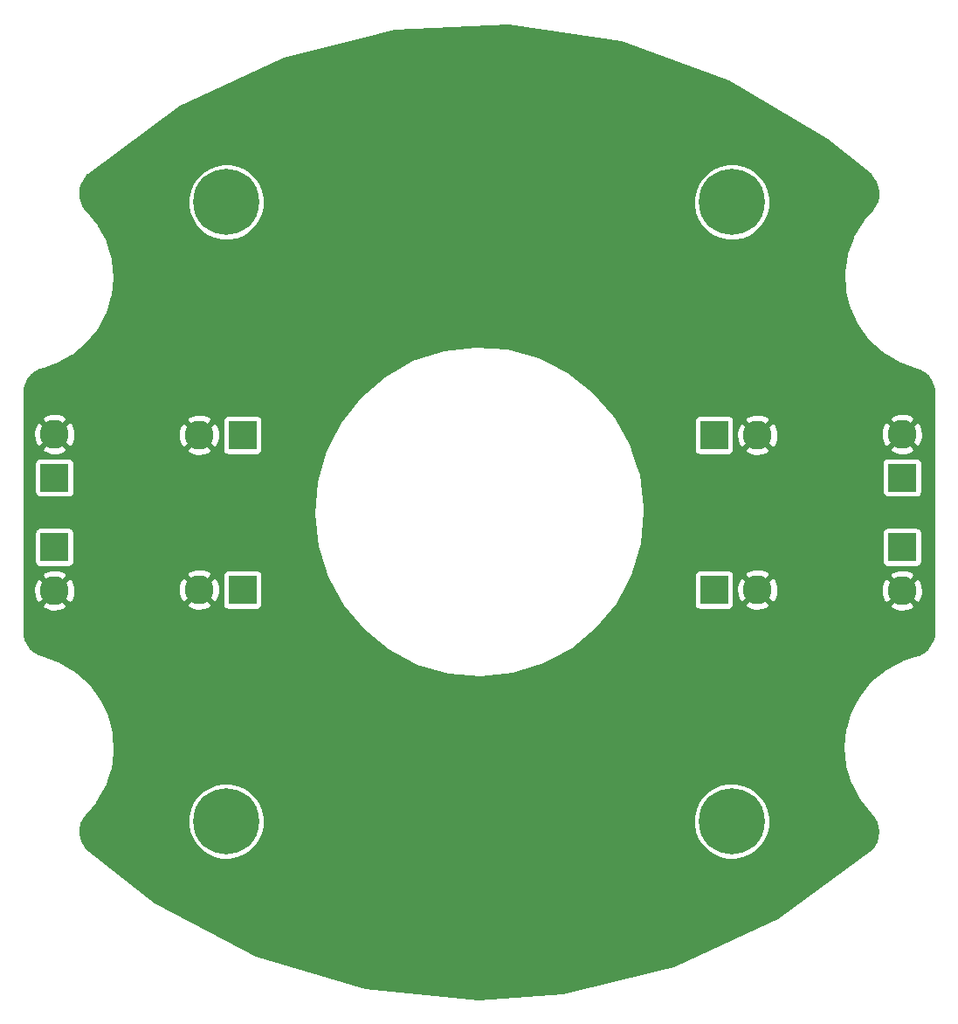
<source format=gtl>
G04 #@! TF.FileFunction,Copper,L1,Top,Signal*
%FSLAX46Y46*%
G04 Gerber Fmt 4.6, Leading zero omitted, Abs format (unit mm)*
G04 Created by KiCad (PCBNEW 4.0.6) date Fri Jul 14 09:31:39 2017*
%MOMM*%
%LPD*%
G01*
G04 APERTURE LIST*
%ADD10C,0.100000*%
%ADD11C,6.400000*%
%ADD12R,2.800000X2.800000*%
%ADD13C,2.800000*%
%ADD14C,0.254000*%
G04 APERTURE END LIST*
D10*
D11*
X124001100Y-135003600D03*
X124001100Y-75003600D03*
X173001100Y-75003600D03*
X173001100Y-135003600D03*
D12*
X125569400Y-112574576D03*
D13*
X121369400Y-112574576D03*
D12*
X125569400Y-97588576D03*
D13*
X121369400Y-97588576D03*
D12*
X107340400Y-108454800D03*
D13*
X107340400Y-112654800D03*
D12*
X107340400Y-101710400D03*
D13*
X107340400Y-97510400D03*
D12*
X171289400Y-97588576D03*
D13*
X175489400Y-97588576D03*
D12*
X171289400Y-112574576D03*
D13*
X175489400Y-112574576D03*
D12*
X189518400Y-108454800D03*
D13*
X189518400Y-112654800D03*
D12*
X189518400Y-101710400D03*
D13*
X189518400Y-97510400D03*
D14*
G36*
X162307447Y-59540121D02*
X172725074Y-63269027D01*
X182232615Y-68957914D01*
X186357926Y-72322435D01*
X186686925Y-72681545D01*
X186932279Y-73085171D01*
X187094561Y-73528760D01*
X187167593Y-73995433D01*
X187148591Y-74467396D01*
X187038280Y-74926677D01*
X186840858Y-75355791D01*
X186551617Y-75755282D01*
X186470136Y-75842696D01*
X186464563Y-75849988D01*
X186457877Y-75856273D01*
X186452616Y-75862374D01*
X185656342Y-76798936D01*
X185630806Y-76835716D01*
X185603820Y-76871433D01*
X185599662Y-76878334D01*
X184743434Y-78321935D01*
X184721278Y-78369290D01*
X184698450Y-78416358D01*
X184695712Y-78423935D01*
X184136187Y-80006352D01*
X184123650Y-80057113D01*
X184110401Y-80107714D01*
X184109186Y-80115678D01*
X183867677Y-81776637D01*
X183865239Y-81828856D01*
X183862070Y-81881077D01*
X183862426Y-81889126D01*
X183948132Y-83565362D01*
X183955886Y-83617081D01*
X183962917Y-83668901D01*
X183964829Y-83676727D01*
X184374485Y-85304393D01*
X184392135Y-85353613D01*
X184409100Y-85403090D01*
X184412496Y-85410395D01*
X185130498Y-86927492D01*
X185157379Y-86972359D01*
X185183624Y-87017585D01*
X185188374Y-87024092D01*
X186187375Y-88372836D01*
X186222441Y-88411607D01*
X186256988Y-88450895D01*
X186262912Y-88456355D01*
X187504860Y-89585372D01*
X187546790Y-89616595D01*
X187588309Y-89648423D01*
X187595180Y-89652628D01*
X189032769Y-90518914D01*
X189079994Y-90541412D01*
X189126875Y-90564555D01*
X189134432Y-90567347D01*
X190712905Y-91137906D01*
X190712914Y-91137908D01*
X191210332Y-91317706D01*
X191614898Y-91561496D01*
X191964409Y-91879227D01*
X192245553Y-92258797D01*
X192447614Y-92685740D01*
X192564558Y-93150387D01*
X192592420Y-93524135D01*
X192592420Y-116572379D01*
X192543560Y-117070686D01*
X192407038Y-117522874D01*
X192185283Y-117939934D01*
X191886746Y-118305976D01*
X191522796Y-118607062D01*
X191101969Y-118834601D01*
X190712377Y-118964146D01*
X190712371Y-118964149D01*
X189473794Y-119374679D01*
X189431711Y-119393361D01*
X189388986Y-119410528D01*
X189381866Y-119414297D01*
X187903919Y-120209776D01*
X187860514Y-120238932D01*
X187816693Y-120267488D01*
X187810440Y-120272568D01*
X186515150Y-121339965D01*
X186478238Y-121376995D01*
X186440795Y-121413521D01*
X186435648Y-121419719D01*
X185372352Y-122718378D01*
X185343352Y-122761848D01*
X185313700Y-122804975D01*
X185309855Y-122812055D01*
X184519054Y-124292508D01*
X184499028Y-124340833D01*
X184478339Y-124388849D01*
X184475942Y-124396541D01*
X183987756Y-126002401D01*
X183977509Y-126053641D01*
X183966529Y-126104815D01*
X183965672Y-126112825D01*
X183798697Y-127782924D01*
X183798597Y-127835234D01*
X183797767Y-127887510D01*
X183798482Y-127895534D01*
X183959077Y-129566260D01*
X183969141Y-129617600D01*
X183978479Y-129669035D01*
X183980739Y-129676767D01*
X184462789Y-131284482D01*
X184482629Y-131332880D01*
X184501784Y-131381530D01*
X184505503Y-131388677D01*
X185290644Y-132872140D01*
X185319478Y-132915719D01*
X185347746Y-132959768D01*
X185352777Y-132966048D01*
X185352782Y-132966055D01*
X185352788Y-132966061D01*
X186411098Y-134268749D01*
X186411111Y-134268765D01*
X186744622Y-134679289D01*
X186965578Y-135096768D01*
X187101238Y-135549215D01*
X187146433Y-136019394D01*
X187099442Y-136489401D01*
X186962057Y-136941324D01*
X186739507Y-137357956D01*
X186427763Y-137738707D01*
X186351568Y-137810724D01*
X177393105Y-144338741D01*
X167355203Y-148994084D01*
X156596877Y-151612854D01*
X148508642Y-152174686D01*
X137485181Y-151119785D01*
X126885116Y-147946402D01*
X117096609Y-142771018D01*
X110671731Y-137827919D01*
X110346147Y-137475325D01*
X110099211Y-137072667D01*
X109935188Y-136629712D01*
X109860327Y-136163339D01*
X109877477Y-135691299D01*
X109965830Y-135316976D01*
X120269201Y-135316976D01*
X120401143Y-136035871D01*
X120670206Y-136715447D01*
X121066142Y-137329819D01*
X121573870Y-137855586D01*
X122174049Y-138272722D01*
X122843821Y-138565338D01*
X123557673Y-138722289D01*
X124288415Y-138737595D01*
X125008214Y-138610676D01*
X125689651Y-138346363D01*
X126306773Y-137954726D01*
X126836071Y-137450682D01*
X127257387Y-136853429D01*
X127554672Y-136185716D01*
X127716602Y-135472977D01*
X127718780Y-135316976D01*
X169269201Y-135316976D01*
X169401143Y-136035871D01*
X169670206Y-136715447D01*
X170066142Y-137329819D01*
X170573870Y-137855586D01*
X171174049Y-138272722D01*
X171843821Y-138565338D01*
X172557673Y-138722289D01*
X173288415Y-138737595D01*
X174008214Y-138610676D01*
X174689651Y-138346363D01*
X175306773Y-137954726D01*
X175836071Y-137450682D01*
X176257387Y-136853429D01*
X176554672Y-136185716D01*
X176716602Y-135472977D01*
X176728259Y-134638149D01*
X176586293Y-133921166D01*
X176307768Y-133245414D01*
X175903293Y-132636629D01*
X175388274Y-132118002D01*
X174782328Y-131709287D01*
X174108536Y-131426051D01*
X173392563Y-131279083D01*
X172661678Y-131273980D01*
X171943722Y-131410938D01*
X171266041Y-131684738D01*
X170654448Y-132084954D01*
X170132238Y-132596339D01*
X169719303Y-133199417D01*
X169431369Y-133871215D01*
X169279406Y-134586145D01*
X169269201Y-135316976D01*
X127718780Y-135316976D01*
X127728259Y-134638149D01*
X127586293Y-133921166D01*
X127307768Y-133245414D01*
X126903293Y-132636629D01*
X126388274Y-132118002D01*
X125782328Y-131709287D01*
X125108536Y-131426051D01*
X124392563Y-131279083D01*
X123661678Y-131273980D01*
X122943722Y-131410938D01*
X122266041Y-131684738D01*
X121654448Y-132084954D01*
X121132238Y-132596339D01*
X120719303Y-133199417D01*
X120431369Y-133871215D01*
X120279406Y-134586145D01*
X120269201Y-135316976D01*
X109965830Y-135316976D01*
X109985985Y-135231586D01*
X110181721Y-134801702D01*
X110468740Y-134401990D01*
X110565340Y-134298346D01*
X110571008Y-134290929D01*
X110577805Y-134284532D01*
X110583063Y-134278428D01*
X111428039Y-133283401D01*
X111454265Y-133245579D01*
X111481849Y-133208687D01*
X111485972Y-133201766D01*
X112334940Y-131753883D01*
X112356851Y-131706430D01*
X112379449Y-131659235D01*
X112382149Y-131651645D01*
X112933719Y-130066437D01*
X112946000Y-130015615D01*
X112958996Y-129964947D01*
X112960170Y-129956977D01*
X113193335Y-128294827D01*
X113195511Y-128242581D01*
X113198418Y-128190359D01*
X113198022Y-128182312D01*
X113103898Y-126506528D01*
X113095885Y-126454859D01*
X113088593Y-126403064D01*
X113086642Y-126395247D01*
X112668817Y-124769659D01*
X112650905Y-124720488D01*
X112633706Y-124671138D01*
X112630274Y-124663850D01*
X111904660Y-123150377D01*
X111877556Y-123105649D01*
X111851083Y-123060553D01*
X111846300Y-123054070D01*
X110840538Y-121710360D01*
X110805280Y-121671768D01*
X110770533Y-121632651D01*
X110764583Y-121627221D01*
X109516981Y-120504456D01*
X109474879Y-120473432D01*
X109433216Y-120441825D01*
X109426324Y-120437654D01*
X107984402Y-119578599D01*
X107937091Y-119556351D01*
X107890068Y-119533431D01*
X107882497Y-119530678D01*
X106301179Y-118968054D01*
X105802860Y-118790755D01*
X105397067Y-118548995D01*
X105045964Y-118233024D01*
X104762923Y-117854877D01*
X104558718Y-117428952D01*
X104439625Y-116965606D01*
X104409780Y-116578390D01*
X104409780Y-114075247D01*
X106099558Y-114075247D01*
X106243535Y-114380570D01*
X106601292Y-114561397D01*
X106987453Y-114668955D01*
X107387177Y-114699110D01*
X107785104Y-114650704D01*
X108165940Y-114525595D01*
X108437265Y-114380570D01*
X108581242Y-114075247D01*
X108501018Y-113995023D01*
X120128558Y-113995023D01*
X120272535Y-114300346D01*
X120630292Y-114481173D01*
X121016453Y-114588731D01*
X121416177Y-114618886D01*
X121814104Y-114570480D01*
X122194940Y-114445371D01*
X122466265Y-114300346D01*
X122610242Y-113995023D01*
X121369400Y-112754181D01*
X120128558Y-113995023D01*
X108501018Y-113995023D01*
X107340400Y-112834405D01*
X106099558Y-114075247D01*
X104409780Y-114075247D01*
X104409780Y-112701577D01*
X105296090Y-112701577D01*
X105344496Y-113099504D01*
X105469605Y-113480340D01*
X105614630Y-113751665D01*
X105919953Y-113895642D01*
X107160795Y-112654800D01*
X107520005Y-112654800D01*
X108760847Y-113895642D01*
X109066170Y-113751665D01*
X109246997Y-113393908D01*
X109354555Y-113007747D01*
X109383704Y-112621353D01*
X119325090Y-112621353D01*
X119373496Y-113019280D01*
X119498605Y-113400116D01*
X119643630Y-113671441D01*
X119948953Y-113815418D01*
X121189795Y-112574576D01*
X121549005Y-112574576D01*
X122789847Y-113815418D01*
X123095170Y-113671441D01*
X123275997Y-113313684D01*
X123383555Y-112927523D01*
X123413710Y-112527799D01*
X123365304Y-112129872D01*
X123240195Y-111749036D01*
X123095170Y-111477711D01*
X122789847Y-111333734D01*
X121549005Y-112574576D01*
X121189795Y-112574576D01*
X119948953Y-111333734D01*
X119643630Y-111477711D01*
X119462803Y-111835468D01*
X119355245Y-112221629D01*
X119325090Y-112621353D01*
X109383704Y-112621353D01*
X109384710Y-112608023D01*
X109336304Y-112210096D01*
X109211195Y-111829260D01*
X109066170Y-111557935D01*
X108760847Y-111413958D01*
X107520005Y-112654800D01*
X107160795Y-112654800D01*
X105919953Y-111413958D01*
X105614630Y-111557935D01*
X105433803Y-111915692D01*
X105326245Y-112301853D01*
X105296090Y-112701577D01*
X104409780Y-112701577D01*
X104409780Y-111234353D01*
X106099558Y-111234353D01*
X107340400Y-112475195D01*
X108581242Y-111234353D01*
X108543412Y-111154129D01*
X120128558Y-111154129D01*
X121369400Y-112394971D01*
X122589795Y-111174576D01*
X123639851Y-111174576D01*
X123639851Y-113974576D01*
X123646543Y-114058499D01*
X123690624Y-114200841D01*
X123772615Y-114325266D01*
X123886024Y-114421924D01*
X124021871Y-114483160D01*
X124169400Y-114504125D01*
X126969400Y-114504125D01*
X127053323Y-114497433D01*
X127195665Y-114453352D01*
X127320090Y-114371361D01*
X127416748Y-114257952D01*
X127477984Y-114122105D01*
X127498949Y-113974576D01*
X127498949Y-111174576D01*
X127492257Y-111090653D01*
X127448176Y-110948311D01*
X127366185Y-110823886D01*
X127252776Y-110727228D01*
X127116929Y-110665992D01*
X126969400Y-110645027D01*
X124169400Y-110645027D01*
X124085477Y-110651719D01*
X123943135Y-110695800D01*
X123818710Y-110777791D01*
X123722052Y-110891200D01*
X123660816Y-111027047D01*
X123639851Y-111174576D01*
X122589795Y-111174576D01*
X122610242Y-111154129D01*
X122466265Y-110848806D01*
X122108508Y-110667979D01*
X121722347Y-110560421D01*
X121322623Y-110530266D01*
X120924696Y-110578672D01*
X120543860Y-110703781D01*
X120272535Y-110848806D01*
X120128558Y-111154129D01*
X108543412Y-111154129D01*
X108437265Y-110929030D01*
X108079508Y-110748203D01*
X107693347Y-110640645D01*
X107293623Y-110610490D01*
X106895696Y-110658896D01*
X106514860Y-110784005D01*
X106243535Y-110929030D01*
X106099558Y-111234353D01*
X104409780Y-111234353D01*
X104409780Y-107054800D01*
X105410851Y-107054800D01*
X105410851Y-109854800D01*
X105417543Y-109938723D01*
X105461624Y-110081065D01*
X105543615Y-110205490D01*
X105657024Y-110302148D01*
X105792871Y-110363384D01*
X105940400Y-110384349D01*
X108740400Y-110384349D01*
X108824323Y-110377657D01*
X108966665Y-110333576D01*
X109091090Y-110251585D01*
X109187748Y-110138176D01*
X109248984Y-110002329D01*
X109269949Y-109854800D01*
X109269949Y-107054800D01*
X109263257Y-106970877D01*
X109219176Y-106828535D01*
X109137185Y-106704110D01*
X109023776Y-106607452D01*
X108887929Y-106546216D01*
X108740400Y-106525251D01*
X105940400Y-106525251D01*
X105856477Y-106531943D01*
X105714135Y-106576024D01*
X105589710Y-106658015D01*
X105493052Y-106771424D01*
X105431816Y-106907271D01*
X105410851Y-107054800D01*
X104409780Y-107054800D01*
X104409780Y-105228070D01*
X132425667Y-105228070D01*
X132775421Y-108346196D01*
X133724161Y-111337004D01*
X135235750Y-114086575D01*
X137252612Y-116490177D01*
X139697926Y-118456260D01*
X142478550Y-119909935D01*
X145488571Y-120795832D01*
X148613338Y-121080208D01*
X151733830Y-120752231D01*
X154731188Y-119824394D01*
X157491244Y-118332037D01*
X159908869Y-116332004D01*
X161891975Y-113900476D01*
X163341361Y-111174576D01*
X169359851Y-111174576D01*
X169359851Y-113974576D01*
X169366543Y-114058499D01*
X169410624Y-114200841D01*
X169492615Y-114325266D01*
X169606024Y-114421924D01*
X169741871Y-114483160D01*
X169889400Y-114504125D01*
X172689400Y-114504125D01*
X172773323Y-114497433D01*
X172915665Y-114453352D01*
X173040090Y-114371361D01*
X173136748Y-114257952D01*
X173197984Y-114122105D01*
X173216043Y-113995023D01*
X174248558Y-113995023D01*
X174392535Y-114300346D01*
X174750292Y-114481173D01*
X175136453Y-114588731D01*
X175536177Y-114618886D01*
X175934104Y-114570480D01*
X176314940Y-114445371D01*
X176586265Y-114300346D01*
X176692411Y-114075247D01*
X188277558Y-114075247D01*
X188421535Y-114380570D01*
X188779292Y-114561397D01*
X189165453Y-114668955D01*
X189565177Y-114699110D01*
X189963104Y-114650704D01*
X190343940Y-114525595D01*
X190615265Y-114380570D01*
X190759242Y-114075247D01*
X189518400Y-112834405D01*
X188277558Y-114075247D01*
X176692411Y-114075247D01*
X176730242Y-113995023D01*
X175489400Y-112754181D01*
X174248558Y-113995023D01*
X173216043Y-113995023D01*
X173218949Y-113974576D01*
X173218949Y-112621353D01*
X173445090Y-112621353D01*
X173493496Y-113019280D01*
X173618605Y-113400116D01*
X173763630Y-113671441D01*
X174068953Y-113815418D01*
X175309795Y-112574576D01*
X175669005Y-112574576D01*
X176909847Y-113815418D01*
X177215170Y-113671441D01*
X177395997Y-113313684D01*
X177503555Y-112927523D01*
X177520600Y-112701577D01*
X187474090Y-112701577D01*
X187522496Y-113099504D01*
X187647605Y-113480340D01*
X187792630Y-113751665D01*
X188097953Y-113895642D01*
X189338795Y-112654800D01*
X189698005Y-112654800D01*
X190938847Y-113895642D01*
X191244170Y-113751665D01*
X191424997Y-113393908D01*
X191532555Y-113007747D01*
X191562710Y-112608023D01*
X191514304Y-112210096D01*
X191389195Y-111829260D01*
X191244170Y-111557935D01*
X190938847Y-111413958D01*
X189698005Y-112654800D01*
X189338795Y-112654800D01*
X188097953Y-111413958D01*
X187792630Y-111557935D01*
X187611803Y-111915692D01*
X187504245Y-112301853D01*
X187474090Y-112701577D01*
X177520600Y-112701577D01*
X177533710Y-112527799D01*
X177485304Y-112129872D01*
X177360195Y-111749036D01*
X177215170Y-111477711D01*
X176909847Y-111333734D01*
X175669005Y-112574576D01*
X175309795Y-112574576D01*
X174068953Y-111333734D01*
X173763630Y-111477711D01*
X173582803Y-111835468D01*
X173475245Y-112221629D01*
X173445090Y-112621353D01*
X173218949Y-112621353D01*
X173218949Y-111174576D01*
X173217319Y-111154129D01*
X174248558Y-111154129D01*
X175489400Y-112394971D01*
X176650018Y-111234353D01*
X188277558Y-111234353D01*
X189518400Y-112475195D01*
X190759242Y-111234353D01*
X190615265Y-110929030D01*
X190257508Y-110748203D01*
X189871347Y-110640645D01*
X189471623Y-110610490D01*
X189073696Y-110658896D01*
X188692860Y-110784005D01*
X188421535Y-110929030D01*
X188277558Y-111234353D01*
X176650018Y-111234353D01*
X176730242Y-111154129D01*
X176586265Y-110848806D01*
X176228508Y-110667979D01*
X175842347Y-110560421D01*
X175442623Y-110530266D01*
X175044696Y-110578672D01*
X174663860Y-110703781D01*
X174392535Y-110848806D01*
X174248558Y-111154129D01*
X173217319Y-111154129D01*
X173212257Y-111090653D01*
X173168176Y-110948311D01*
X173086185Y-110823886D01*
X172972776Y-110727228D01*
X172836929Y-110665992D01*
X172689400Y-110645027D01*
X169889400Y-110645027D01*
X169805477Y-110651719D01*
X169663135Y-110695800D01*
X169538710Y-110777791D01*
X169442052Y-110891200D01*
X169380816Y-111027047D01*
X169359851Y-111174576D01*
X163341361Y-111174576D01*
X163365027Y-111130068D01*
X164271916Y-108126306D01*
X164376978Y-107054800D01*
X187588851Y-107054800D01*
X187588851Y-109854800D01*
X187595543Y-109938723D01*
X187639624Y-110081065D01*
X187721615Y-110205490D01*
X187835024Y-110302148D01*
X187970871Y-110363384D01*
X188118400Y-110384349D01*
X190918400Y-110384349D01*
X191002323Y-110377657D01*
X191144665Y-110333576D01*
X191269090Y-110251585D01*
X191365748Y-110138176D01*
X191426984Y-110002329D01*
X191447949Y-109854800D01*
X191447949Y-107054800D01*
X191441257Y-106970877D01*
X191397176Y-106828535D01*
X191315185Y-106704110D01*
X191201776Y-106607452D01*
X191065929Y-106546216D01*
X190918400Y-106525251D01*
X188118400Y-106525251D01*
X188034477Y-106531943D01*
X187892135Y-106576024D01*
X187767710Y-106658015D01*
X187671052Y-106771424D01*
X187609816Y-106907271D01*
X187588851Y-107054800D01*
X164376978Y-107054800D01*
X164578100Y-105003600D01*
X164571832Y-104554704D01*
X164178576Y-101441765D01*
X163802221Y-100310400D01*
X187588851Y-100310400D01*
X187588851Y-103110400D01*
X187595543Y-103194323D01*
X187639624Y-103336665D01*
X187721615Y-103461090D01*
X187835024Y-103557748D01*
X187970871Y-103618984D01*
X188118400Y-103639949D01*
X190918400Y-103639949D01*
X191002323Y-103633257D01*
X191144665Y-103589176D01*
X191269090Y-103507185D01*
X191365748Y-103393776D01*
X191426984Y-103257929D01*
X191447949Y-103110400D01*
X191447949Y-100310400D01*
X191441257Y-100226477D01*
X191397176Y-100084135D01*
X191315185Y-99959710D01*
X191201776Y-99863052D01*
X191065929Y-99801816D01*
X190918400Y-99780851D01*
X188118400Y-99780851D01*
X188034477Y-99787543D01*
X187892135Y-99831624D01*
X187767710Y-99913615D01*
X187671052Y-100027024D01*
X187609816Y-100162871D01*
X187588851Y-100310400D01*
X163802221Y-100310400D01*
X163188170Y-98464495D01*
X161895269Y-96188576D01*
X169359851Y-96188576D01*
X169359851Y-98988576D01*
X169366543Y-99072499D01*
X169410624Y-99214841D01*
X169492615Y-99339266D01*
X169606024Y-99435924D01*
X169741871Y-99497160D01*
X169889400Y-99518125D01*
X172689400Y-99518125D01*
X172773323Y-99511433D01*
X172915665Y-99467352D01*
X173040090Y-99385361D01*
X173136748Y-99271952D01*
X173197984Y-99136105D01*
X173216043Y-99009023D01*
X174248558Y-99009023D01*
X174392535Y-99314346D01*
X174750292Y-99495173D01*
X175136453Y-99602731D01*
X175536177Y-99632886D01*
X175934104Y-99584480D01*
X176314940Y-99459371D01*
X176586265Y-99314346D01*
X176730242Y-99009023D01*
X176652066Y-98930847D01*
X188277558Y-98930847D01*
X188421535Y-99236170D01*
X188779292Y-99416997D01*
X189165453Y-99524555D01*
X189565177Y-99554710D01*
X189963104Y-99506304D01*
X190343940Y-99381195D01*
X190615265Y-99236170D01*
X190759242Y-98930847D01*
X189518400Y-97690005D01*
X188277558Y-98930847D01*
X176652066Y-98930847D01*
X175489400Y-97768181D01*
X174248558Y-99009023D01*
X173216043Y-99009023D01*
X173218949Y-98988576D01*
X173218949Y-97635353D01*
X173445090Y-97635353D01*
X173493496Y-98033280D01*
X173618605Y-98414116D01*
X173763630Y-98685441D01*
X174068953Y-98829418D01*
X175309795Y-97588576D01*
X175669005Y-97588576D01*
X176909847Y-98829418D01*
X177215170Y-98685441D01*
X177395997Y-98327684D01*
X177503555Y-97941523D01*
X177532549Y-97557177D01*
X187474090Y-97557177D01*
X187522496Y-97955104D01*
X187647605Y-98335940D01*
X187792630Y-98607265D01*
X188097953Y-98751242D01*
X189338795Y-97510400D01*
X189698005Y-97510400D01*
X190938847Y-98751242D01*
X191244170Y-98607265D01*
X191424997Y-98249508D01*
X191532555Y-97863347D01*
X191562710Y-97463623D01*
X191514304Y-97065696D01*
X191389195Y-96684860D01*
X191244170Y-96413535D01*
X190938847Y-96269558D01*
X189698005Y-97510400D01*
X189338795Y-97510400D01*
X188097953Y-96269558D01*
X187792630Y-96413535D01*
X187611803Y-96771292D01*
X187504245Y-97157453D01*
X187474090Y-97557177D01*
X177532549Y-97557177D01*
X177533710Y-97541799D01*
X177485304Y-97143872D01*
X177360195Y-96763036D01*
X177215170Y-96491711D01*
X176909847Y-96347734D01*
X175669005Y-97588576D01*
X175309795Y-97588576D01*
X174068953Y-96347734D01*
X173763630Y-96491711D01*
X173582803Y-96849468D01*
X173475245Y-97235629D01*
X173445090Y-97635353D01*
X173218949Y-97635353D01*
X173218949Y-96188576D01*
X173217319Y-96168129D01*
X174248558Y-96168129D01*
X175489400Y-97408971D01*
X176730242Y-96168129D01*
X176693378Y-96089953D01*
X188277558Y-96089953D01*
X189518400Y-97330795D01*
X190759242Y-96089953D01*
X190615265Y-95784630D01*
X190257508Y-95603803D01*
X189871347Y-95496245D01*
X189471623Y-95466090D01*
X189073696Y-95514496D01*
X188692860Y-95639605D01*
X188421535Y-95784630D01*
X188277558Y-96089953D01*
X176693378Y-96089953D01*
X176586265Y-95862806D01*
X176228508Y-95681979D01*
X175842347Y-95574421D01*
X175442623Y-95544266D01*
X175044696Y-95592672D01*
X174663860Y-95717781D01*
X174392535Y-95862806D01*
X174248558Y-96168129D01*
X173217319Y-96168129D01*
X173212257Y-96104653D01*
X173168176Y-95962311D01*
X173086185Y-95837886D01*
X172972776Y-95741228D01*
X172836929Y-95679992D01*
X172689400Y-95659027D01*
X169889400Y-95659027D01*
X169805477Y-95665719D01*
X169663135Y-95709800D01*
X169538710Y-95791791D01*
X169442052Y-95905200D01*
X169380816Y-96041047D01*
X169359851Y-96188576D01*
X161895269Y-96188576D01*
X161638339Y-95736298D01*
X159588113Y-93361089D01*
X157115587Y-91429340D01*
X154314938Y-90014630D01*
X151292842Y-89170846D01*
X148164409Y-88930126D01*
X145048800Y-89301640D01*
X142064689Y-90271236D01*
X139325738Y-91801984D01*
X136936274Y-93835577D01*
X134987311Y-96294557D01*
X133553083Y-99085262D01*
X132688221Y-102101394D01*
X132425667Y-105228070D01*
X104409780Y-105228070D01*
X104409780Y-100310400D01*
X105410851Y-100310400D01*
X105410851Y-103110400D01*
X105417543Y-103194323D01*
X105461624Y-103336665D01*
X105543615Y-103461090D01*
X105657024Y-103557748D01*
X105792871Y-103618984D01*
X105940400Y-103639949D01*
X108740400Y-103639949D01*
X108824323Y-103633257D01*
X108966665Y-103589176D01*
X109091090Y-103507185D01*
X109187748Y-103393776D01*
X109248984Y-103257929D01*
X109269949Y-103110400D01*
X109269949Y-100310400D01*
X109263257Y-100226477D01*
X109219176Y-100084135D01*
X109137185Y-99959710D01*
X109023776Y-99863052D01*
X108887929Y-99801816D01*
X108740400Y-99780851D01*
X105940400Y-99780851D01*
X105856477Y-99787543D01*
X105714135Y-99831624D01*
X105589710Y-99913615D01*
X105493052Y-100027024D01*
X105431816Y-100162871D01*
X105410851Y-100310400D01*
X104409780Y-100310400D01*
X104409780Y-98930847D01*
X106099558Y-98930847D01*
X106243535Y-99236170D01*
X106601292Y-99416997D01*
X106987453Y-99524555D01*
X107387177Y-99554710D01*
X107785104Y-99506304D01*
X108165940Y-99381195D01*
X108437265Y-99236170D01*
X108544377Y-99009023D01*
X120128558Y-99009023D01*
X120272535Y-99314346D01*
X120630292Y-99495173D01*
X121016453Y-99602731D01*
X121416177Y-99632886D01*
X121814104Y-99584480D01*
X122194940Y-99459371D01*
X122466265Y-99314346D01*
X122610242Y-99009023D01*
X121369400Y-97768181D01*
X120128558Y-99009023D01*
X108544377Y-99009023D01*
X108581242Y-98930847D01*
X107340400Y-97690005D01*
X106099558Y-98930847D01*
X104409780Y-98930847D01*
X104409780Y-97557177D01*
X105296090Y-97557177D01*
X105344496Y-97955104D01*
X105469605Y-98335940D01*
X105614630Y-98607265D01*
X105919953Y-98751242D01*
X107160795Y-97510400D01*
X107520005Y-97510400D01*
X108760847Y-98751242D01*
X109066170Y-98607265D01*
X109246997Y-98249508D01*
X109354555Y-97863347D01*
X109371754Y-97635353D01*
X119325090Y-97635353D01*
X119373496Y-98033280D01*
X119498605Y-98414116D01*
X119643630Y-98685441D01*
X119948953Y-98829418D01*
X121189795Y-97588576D01*
X121549005Y-97588576D01*
X122789847Y-98829418D01*
X123095170Y-98685441D01*
X123275997Y-98327684D01*
X123383555Y-97941523D01*
X123413710Y-97541799D01*
X123365304Y-97143872D01*
X123240195Y-96763036D01*
X123095170Y-96491711D01*
X122789847Y-96347734D01*
X121549005Y-97588576D01*
X121189795Y-97588576D01*
X119948953Y-96347734D01*
X119643630Y-96491711D01*
X119462803Y-96849468D01*
X119355245Y-97235629D01*
X119325090Y-97635353D01*
X109371754Y-97635353D01*
X109384710Y-97463623D01*
X109336304Y-97065696D01*
X109211195Y-96684860D01*
X109066170Y-96413535D01*
X108760847Y-96269558D01*
X107520005Y-97510400D01*
X107160795Y-97510400D01*
X105919953Y-96269558D01*
X105614630Y-96413535D01*
X105433803Y-96771292D01*
X105326245Y-97157453D01*
X105296090Y-97557177D01*
X104409780Y-97557177D01*
X104409780Y-96089953D01*
X106099558Y-96089953D01*
X107340400Y-97330795D01*
X108503066Y-96168129D01*
X120128558Y-96168129D01*
X121369400Y-97408971D01*
X122589795Y-96188576D01*
X123639851Y-96188576D01*
X123639851Y-98988576D01*
X123646543Y-99072499D01*
X123690624Y-99214841D01*
X123772615Y-99339266D01*
X123886024Y-99435924D01*
X124021871Y-99497160D01*
X124169400Y-99518125D01*
X126969400Y-99518125D01*
X127053323Y-99511433D01*
X127195665Y-99467352D01*
X127320090Y-99385361D01*
X127416748Y-99271952D01*
X127477984Y-99136105D01*
X127498949Y-98988576D01*
X127498949Y-96188576D01*
X127492257Y-96104653D01*
X127448176Y-95962311D01*
X127366185Y-95837886D01*
X127252776Y-95741228D01*
X127116929Y-95679992D01*
X126969400Y-95659027D01*
X124169400Y-95659027D01*
X124085477Y-95665719D01*
X123943135Y-95709800D01*
X123818710Y-95791791D01*
X123722052Y-95905200D01*
X123660816Y-96041047D01*
X123639851Y-96188576D01*
X122589795Y-96188576D01*
X122610242Y-96168129D01*
X122466265Y-95862806D01*
X122108508Y-95681979D01*
X121722347Y-95574421D01*
X121322623Y-95544266D01*
X120924696Y-95592672D01*
X120543860Y-95717781D01*
X120272535Y-95862806D01*
X120128558Y-96168129D01*
X108503066Y-96168129D01*
X108581242Y-96089953D01*
X108437265Y-95784630D01*
X108079508Y-95603803D01*
X107693347Y-95496245D01*
X107293623Y-95466090D01*
X106895696Y-95514496D01*
X106514860Y-95639605D01*
X106243535Y-95784630D01*
X106099558Y-96089953D01*
X104409780Y-96089953D01*
X104409780Y-93530890D01*
X104458640Y-93032569D01*
X104595163Y-92580385D01*
X104816916Y-92163329D01*
X105115454Y-91797285D01*
X105479404Y-91496198D01*
X105900872Y-91268312D01*
X106275875Y-91142571D01*
X107441663Y-90755409D01*
X107482558Y-90737226D01*
X107524179Y-90720688D01*
X107531314Y-90716946D01*
X109012312Y-89927162D01*
X109055827Y-89898174D01*
X109099759Y-89869786D01*
X109106031Y-89864730D01*
X110405420Y-88802326D01*
X110442451Y-88765462D01*
X110480058Y-88729057D01*
X110485228Y-88722879D01*
X111553516Y-87428323D01*
X111582709Y-87384928D01*
X111612500Y-87341952D01*
X111616372Y-87334888D01*
X112412867Y-85857488D01*
X112433064Y-85809276D01*
X112453952Y-85761305D01*
X112456379Y-85753623D01*
X112950743Y-84149653D01*
X112961195Y-84098417D01*
X112972363Y-84047323D01*
X112973251Y-84039316D01*
X113146654Y-82369871D01*
X113146955Y-82317588D01*
X113147987Y-82265289D01*
X113147303Y-82257262D01*
X112993140Y-80585931D01*
X112983279Y-80534578D01*
X112974134Y-80483082D01*
X112971904Y-80475341D01*
X112496047Y-78865784D01*
X112476411Y-78817355D01*
X112457426Y-78768585D01*
X112453734Y-78761424D01*
X111674308Y-77274949D01*
X111645612Y-77231214D01*
X111617544Y-77187104D01*
X111612532Y-77180796D01*
X110559226Y-75874021D01*
X110559220Y-75874015D01*
X110227297Y-75462218D01*
X110151141Y-75316976D01*
X120269201Y-75316976D01*
X120401143Y-76035871D01*
X120670206Y-76715447D01*
X121066142Y-77329819D01*
X121573870Y-77855586D01*
X122174049Y-78272722D01*
X122843821Y-78565338D01*
X123557673Y-78722289D01*
X124288415Y-78737595D01*
X125008214Y-78610676D01*
X125689651Y-78346363D01*
X126306773Y-77954726D01*
X126836071Y-77450682D01*
X127257387Y-76853429D01*
X127554672Y-76185716D01*
X127716602Y-75472977D01*
X127718780Y-75316976D01*
X169269201Y-75316976D01*
X169401143Y-76035871D01*
X169670206Y-76715447D01*
X170066142Y-77329819D01*
X170573870Y-77855586D01*
X171174049Y-78272722D01*
X171843821Y-78565338D01*
X172557673Y-78722289D01*
X173288415Y-78737595D01*
X174008214Y-78610676D01*
X174689651Y-78346363D01*
X175306773Y-77954726D01*
X175836071Y-77450682D01*
X176257387Y-76853429D01*
X176554672Y-76185716D01*
X176716602Y-75472977D01*
X176728259Y-74638149D01*
X176586293Y-73921166D01*
X176307768Y-73245414D01*
X175903293Y-72636629D01*
X175388274Y-72118002D01*
X174782328Y-71709287D01*
X174108536Y-71426051D01*
X173392563Y-71279083D01*
X172661678Y-71273980D01*
X171943722Y-71410938D01*
X171266041Y-71684738D01*
X170654448Y-72084954D01*
X170132238Y-72596339D01*
X169719303Y-73199417D01*
X169431369Y-73871215D01*
X169279406Y-74586145D01*
X169269201Y-75316976D01*
X127718780Y-75316976D01*
X127728259Y-74638149D01*
X127586293Y-73921166D01*
X127307768Y-73245414D01*
X126903293Y-72636629D01*
X126388274Y-72118002D01*
X125782328Y-71709287D01*
X125108536Y-71426051D01*
X124392563Y-71279083D01*
X123661678Y-71273980D01*
X122943722Y-71410938D01*
X122266041Y-71684738D01*
X121654448Y-72084954D01*
X121132238Y-72596339D01*
X120719303Y-73199417D01*
X120431369Y-73871215D01*
X120279406Y-74586145D01*
X120269201Y-75316976D01*
X110151141Y-75316976D01*
X110007950Y-75043891D01*
X109874033Y-74590924D01*
X109830647Y-74120572D01*
X109879446Y-73650759D01*
X110018573Y-73199360D01*
X110242724Y-72783588D01*
X110556643Y-72403180D01*
X110617538Y-72345617D01*
X119551221Y-65781835D01*
X129570782Y-61087140D01*
X140311386Y-58427998D01*
X151363943Y-57905693D01*
X162307447Y-59540121D01*
X162307447Y-59540121D01*
G37*
X162307447Y-59540121D02*
X172725074Y-63269027D01*
X182232615Y-68957914D01*
X186357926Y-72322435D01*
X186686925Y-72681545D01*
X186932279Y-73085171D01*
X187094561Y-73528760D01*
X187167593Y-73995433D01*
X187148591Y-74467396D01*
X187038280Y-74926677D01*
X186840858Y-75355791D01*
X186551617Y-75755282D01*
X186470136Y-75842696D01*
X186464563Y-75849988D01*
X186457877Y-75856273D01*
X186452616Y-75862374D01*
X185656342Y-76798936D01*
X185630806Y-76835716D01*
X185603820Y-76871433D01*
X185599662Y-76878334D01*
X184743434Y-78321935D01*
X184721278Y-78369290D01*
X184698450Y-78416358D01*
X184695712Y-78423935D01*
X184136187Y-80006352D01*
X184123650Y-80057113D01*
X184110401Y-80107714D01*
X184109186Y-80115678D01*
X183867677Y-81776637D01*
X183865239Y-81828856D01*
X183862070Y-81881077D01*
X183862426Y-81889126D01*
X183948132Y-83565362D01*
X183955886Y-83617081D01*
X183962917Y-83668901D01*
X183964829Y-83676727D01*
X184374485Y-85304393D01*
X184392135Y-85353613D01*
X184409100Y-85403090D01*
X184412496Y-85410395D01*
X185130498Y-86927492D01*
X185157379Y-86972359D01*
X185183624Y-87017585D01*
X185188374Y-87024092D01*
X186187375Y-88372836D01*
X186222441Y-88411607D01*
X186256988Y-88450895D01*
X186262912Y-88456355D01*
X187504860Y-89585372D01*
X187546790Y-89616595D01*
X187588309Y-89648423D01*
X187595180Y-89652628D01*
X189032769Y-90518914D01*
X189079994Y-90541412D01*
X189126875Y-90564555D01*
X189134432Y-90567347D01*
X190712905Y-91137906D01*
X190712914Y-91137908D01*
X191210332Y-91317706D01*
X191614898Y-91561496D01*
X191964409Y-91879227D01*
X192245553Y-92258797D01*
X192447614Y-92685740D01*
X192564558Y-93150387D01*
X192592420Y-93524135D01*
X192592420Y-116572379D01*
X192543560Y-117070686D01*
X192407038Y-117522874D01*
X192185283Y-117939934D01*
X191886746Y-118305976D01*
X191522796Y-118607062D01*
X191101969Y-118834601D01*
X190712377Y-118964146D01*
X190712371Y-118964149D01*
X189473794Y-119374679D01*
X189431711Y-119393361D01*
X189388986Y-119410528D01*
X189381866Y-119414297D01*
X187903919Y-120209776D01*
X187860514Y-120238932D01*
X187816693Y-120267488D01*
X187810440Y-120272568D01*
X186515150Y-121339965D01*
X186478238Y-121376995D01*
X186440795Y-121413521D01*
X186435648Y-121419719D01*
X185372352Y-122718378D01*
X185343352Y-122761848D01*
X185313700Y-122804975D01*
X185309855Y-122812055D01*
X184519054Y-124292508D01*
X184499028Y-124340833D01*
X184478339Y-124388849D01*
X184475942Y-124396541D01*
X183987756Y-126002401D01*
X183977509Y-126053641D01*
X183966529Y-126104815D01*
X183965672Y-126112825D01*
X183798697Y-127782924D01*
X183798597Y-127835234D01*
X183797767Y-127887510D01*
X183798482Y-127895534D01*
X183959077Y-129566260D01*
X183969141Y-129617600D01*
X183978479Y-129669035D01*
X183980739Y-129676767D01*
X184462789Y-131284482D01*
X184482629Y-131332880D01*
X184501784Y-131381530D01*
X184505503Y-131388677D01*
X185290644Y-132872140D01*
X185319478Y-132915719D01*
X185347746Y-132959768D01*
X185352777Y-132966048D01*
X185352782Y-132966055D01*
X185352788Y-132966061D01*
X186411098Y-134268749D01*
X186411111Y-134268765D01*
X186744622Y-134679289D01*
X186965578Y-135096768D01*
X187101238Y-135549215D01*
X187146433Y-136019394D01*
X187099442Y-136489401D01*
X186962057Y-136941324D01*
X186739507Y-137357956D01*
X186427763Y-137738707D01*
X186351568Y-137810724D01*
X177393105Y-144338741D01*
X167355203Y-148994084D01*
X156596877Y-151612854D01*
X148508642Y-152174686D01*
X137485181Y-151119785D01*
X126885116Y-147946402D01*
X117096609Y-142771018D01*
X110671731Y-137827919D01*
X110346147Y-137475325D01*
X110099211Y-137072667D01*
X109935188Y-136629712D01*
X109860327Y-136163339D01*
X109877477Y-135691299D01*
X109965830Y-135316976D01*
X120269201Y-135316976D01*
X120401143Y-136035871D01*
X120670206Y-136715447D01*
X121066142Y-137329819D01*
X121573870Y-137855586D01*
X122174049Y-138272722D01*
X122843821Y-138565338D01*
X123557673Y-138722289D01*
X124288415Y-138737595D01*
X125008214Y-138610676D01*
X125689651Y-138346363D01*
X126306773Y-137954726D01*
X126836071Y-137450682D01*
X127257387Y-136853429D01*
X127554672Y-136185716D01*
X127716602Y-135472977D01*
X127718780Y-135316976D01*
X169269201Y-135316976D01*
X169401143Y-136035871D01*
X169670206Y-136715447D01*
X170066142Y-137329819D01*
X170573870Y-137855586D01*
X171174049Y-138272722D01*
X171843821Y-138565338D01*
X172557673Y-138722289D01*
X173288415Y-138737595D01*
X174008214Y-138610676D01*
X174689651Y-138346363D01*
X175306773Y-137954726D01*
X175836071Y-137450682D01*
X176257387Y-136853429D01*
X176554672Y-136185716D01*
X176716602Y-135472977D01*
X176728259Y-134638149D01*
X176586293Y-133921166D01*
X176307768Y-133245414D01*
X175903293Y-132636629D01*
X175388274Y-132118002D01*
X174782328Y-131709287D01*
X174108536Y-131426051D01*
X173392563Y-131279083D01*
X172661678Y-131273980D01*
X171943722Y-131410938D01*
X171266041Y-131684738D01*
X170654448Y-132084954D01*
X170132238Y-132596339D01*
X169719303Y-133199417D01*
X169431369Y-133871215D01*
X169279406Y-134586145D01*
X169269201Y-135316976D01*
X127718780Y-135316976D01*
X127728259Y-134638149D01*
X127586293Y-133921166D01*
X127307768Y-133245414D01*
X126903293Y-132636629D01*
X126388274Y-132118002D01*
X125782328Y-131709287D01*
X125108536Y-131426051D01*
X124392563Y-131279083D01*
X123661678Y-131273980D01*
X122943722Y-131410938D01*
X122266041Y-131684738D01*
X121654448Y-132084954D01*
X121132238Y-132596339D01*
X120719303Y-133199417D01*
X120431369Y-133871215D01*
X120279406Y-134586145D01*
X120269201Y-135316976D01*
X109965830Y-135316976D01*
X109985985Y-135231586D01*
X110181721Y-134801702D01*
X110468740Y-134401990D01*
X110565340Y-134298346D01*
X110571008Y-134290929D01*
X110577805Y-134284532D01*
X110583063Y-134278428D01*
X111428039Y-133283401D01*
X111454265Y-133245579D01*
X111481849Y-133208687D01*
X111485972Y-133201766D01*
X112334940Y-131753883D01*
X112356851Y-131706430D01*
X112379449Y-131659235D01*
X112382149Y-131651645D01*
X112933719Y-130066437D01*
X112946000Y-130015615D01*
X112958996Y-129964947D01*
X112960170Y-129956977D01*
X113193335Y-128294827D01*
X113195511Y-128242581D01*
X113198418Y-128190359D01*
X113198022Y-128182312D01*
X113103898Y-126506528D01*
X113095885Y-126454859D01*
X113088593Y-126403064D01*
X113086642Y-126395247D01*
X112668817Y-124769659D01*
X112650905Y-124720488D01*
X112633706Y-124671138D01*
X112630274Y-124663850D01*
X111904660Y-123150377D01*
X111877556Y-123105649D01*
X111851083Y-123060553D01*
X111846300Y-123054070D01*
X110840538Y-121710360D01*
X110805280Y-121671768D01*
X110770533Y-121632651D01*
X110764583Y-121627221D01*
X109516981Y-120504456D01*
X109474879Y-120473432D01*
X109433216Y-120441825D01*
X109426324Y-120437654D01*
X107984402Y-119578599D01*
X107937091Y-119556351D01*
X107890068Y-119533431D01*
X107882497Y-119530678D01*
X106301179Y-118968054D01*
X105802860Y-118790755D01*
X105397067Y-118548995D01*
X105045964Y-118233024D01*
X104762923Y-117854877D01*
X104558718Y-117428952D01*
X104439625Y-116965606D01*
X104409780Y-116578390D01*
X104409780Y-114075247D01*
X106099558Y-114075247D01*
X106243535Y-114380570D01*
X106601292Y-114561397D01*
X106987453Y-114668955D01*
X107387177Y-114699110D01*
X107785104Y-114650704D01*
X108165940Y-114525595D01*
X108437265Y-114380570D01*
X108581242Y-114075247D01*
X108501018Y-113995023D01*
X120128558Y-113995023D01*
X120272535Y-114300346D01*
X120630292Y-114481173D01*
X121016453Y-114588731D01*
X121416177Y-114618886D01*
X121814104Y-114570480D01*
X122194940Y-114445371D01*
X122466265Y-114300346D01*
X122610242Y-113995023D01*
X121369400Y-112754181D01*
X120128558Y-113995023D01*
X108501018Y-113995023D01*
X107340400Y-112834405D01*
X106099558Y-114075247D01*
X104409780Y-114075247D01*
X104409780Y-112701577D01*
X105296090Y-112701577D01*
X105344496Y-113099504D01*
X105469605Y-113480340D01*
X105614630Y-113751665D01*
X105919953Y-113895642D01*
X107160795Y-112654800D01*
X107520005Y-112654800D01*
X108760847Y-113895642D01*
X109066170Y-113751665D01*
X109246997Y-113393908D01*
X109354555Y-113007747D01*
X109383704Y-112621353D01*
X119325090Y-112621353D01*
X119373496Y-113019280D01*
X119498605Y-113400116D01*
X119643630Y-113671441D01*
X119948953Y-113815418D01*
X121189795Y-112574576D01*
X121549005Y-112574576D01*
X122789847Y-113815418D01*
X123095170Y-113671441D01*
X123275997Y-113313684D01*
X123383555Y-112927523D01*
X123413710Y-112527799D01*
X123365304Y-112129872D01*
X123240195Y-111749036D01*
X123095170Y-111477711D01*
X122789847Y-111333734D01*
X121549005Y-112574576D01*
X121189795Y-112574576D01*
X119948953Y-111333734D01*
X119643630Y-111477711D01*
X119462803Y-111835468D01*
X119355245Y-112221629D01*
X119325090Y-112621353D01*
X109383704Y-112621353D01*
X109384710Y-112608023D01*
X109336304Y-112210096D01*
X109211195Y-111829260D01*
X109066170Y-111557935D01*
X108760847Y-111413958D01*
X107520005Y-112654800D01*
X107160795Y-112654800D01*
X105919953Y-111413958D01*
X105614630Y-111557935D01*
X105433803Y-111915692D01*
X105326245Y-112301853D01*
X105296090Y-112701577D01*
X104409780Y-112701577D01*
X104409780Y-111234353D01*
X106099558Y-111234353D01*
X107340400Y-112475195D01*
X108581242Y-111234353D01*
X108543412Y-111154129D01*
X120128558Y-111154129D01*
X121369400Y-112394971D01*
X122589795Y-111174576D01*
X123639851Y-111174576D01*
X123639851Y-113974576D01*
X123646543Y-114058499D01*
X123690624Y-114200841D01*
X123772615Y-114325266D01*
X123886024Y-114421924D01*
X124021871Y-114483160D01*
X124169400Y-114504125D01*
X126969400Y-114504125D01*
X127053323Y-114497433D01*
X127195665Y-114453352D01*
X127320090Y-114371361D01*
X127416748Y-114257952D01*
X127477984Y-114122105D01*
X127498949Y-113974576D01*
X127498949Y-111174576D01*
X127492257Y-111090653D01*
X127448176Y-110948311D01*
X127366185Y-110823886D01*
X127252776Y-110727228D01*
X127116929Y-110665992D01*
X126969400Y-110645027D01*
X124169400Y-110645027D01*
X124085477Y-110651719D01*
X123943135Y-110695800D01*
X123818710Y-110777791D01*
X123722052Y-110891200D01*
X123660816Y-111027047D01*
X123639851Y-111174576D01*
X122589795Y-111174576D01*
X122610242Y-111154129D01*
X122466265Y-110848806D01*
X122108508Y-110667979D01*
X121722347Y-110560421D01*
X121322623Y-110530266D01*
X120924696Y-110578672D01*
X120543860Y-110703781D01*
X120272535Y-110848806D01*
X120128558Y-111154129D01*
X108543412Y-111154129D01*
X108437265Y-110929030D01*
X108079508Y-110748203D01*
X107693347Y-110640645D01*
X107293623Y-110610490D01*
X106895696Y-110658896D01*
X106514860Y-110784005D01*
X106243535Y-110929030D01*
X106099558Y-111234353D01*
X104409780Y-111234353D01*
X104409780Y-107054800D01*
X105410851Y-107054800D01*
X105410851Y-109854800D01*
X105417543Y-109938723D01*
X105461624Y-110081065D01*
X105543615Y-110205490D01*
X105657024Y-110302148D01*
X105792871Y-110363384D01*
X105940400Y-110384349D01*
X108740400Y-110384349D01*
X108824323Y-110377657D01*
X108966665Y-110333576D01*
X109091090Y-110251585D01*
X109187748Y-110138176D01*
X109248984Y-110002329D01*
X109269949Y-109854800D01*
X109269949Y-107054800D01*
X109263257Y-106970877D01*
X109219176Y-106828535D01*
X109137185Y-106704110D01*
X109023776Y-106607452D01*
X108887929Y-106546216D01*
X108740400Y-106525251D01*
X105940400Y-106525251D01*
X105856477Y-106531943D01*
X105714135Y-106576024D01*
X105589710Y-106658015D01*
X105493052Y-106771424D01*
X105431816Y-106907271D01*
X105410851Y-107054800D01*
X104409780Y-107054800D01*
X104409780Y-105228070D01*
X132425667Y-105228070D01*
X132775421Y-108346196D01*
X133724161Y-111337004D01*
X135235750Y-114086575D01*
X137252612Y-116490177D01*
X139697926Y-118456260D01*
X142478550Y-119909935D01*
X145488571Y-120795832D01*
X148613338Y-121080208D01*
X151733830Y-120752231D01*
X154731188Y-119824394D01*
X157491244Y-118332037D01*
X159908869Y-116332004D01*
X161891975Y-113900476D01*
X163341361Y-111174576D01*
X169359851Y-111174576D01*
X169359851Y-113974576D01*
X169366543Y-114058499D01*
X169410624Y-114200841D01*
X169492615Y-114325266D01*
X169606024Y-114421924D01*
X169741871Y-114483160D01*
X169889400Y-114504125D01*
X172689400Y-114504125D01*
X172773323Y-114497433D01*
X172915665Y-114453352D01*
X173040090Y-114371361D01*
X173136748Y-114257952D01*
X173197984Y-114122105D01*
X173216043Y-113995023D01*
X174248558Y-113995023D01*
X174392535Y-114300346D01*
X174750292Y-114481173D01*
X175136453Y-114588731D01*
X175536177Y-114618886D01*
X175934104Y-114570480D01*
X176314940Y-114445371D01*
X176586265Y-114300346D01*
X176692411Y-114075247D01*
X188277558Y-114075247D01*
X188421535Y-114380570D01*
X188779292Y-114561397D01*
X189165453Y-114668955D01*
X189565177Y-114699110D01*
X189963104Y-114650704D01*
X190343940Y-114525595D01*
X190615265Y-114380570D01*
X190759242Y-114075247D01*
X189518400Y-112834405D01*
X188277558Y-114075247D01*
X176692411Y-114075247D01*
X176730242Y-113995023D01*
X175489400Y-112754181D01*
X174248558Y-113995023D01*
X173216043Y-113995023D01*
X173218949Y-113974576D01*
X173218949Y-112621353D01*
X173445090Y-112621353D01*
X173493496Y-113019280D01*
X173618605Y-113400116D01*
X173763630Y-113671441D01*
X174068953Y-113815418D01*
X175309795Y-112574576D01*
X175669005Y-112574576D01*
X176909847Y-113815418D01*
X177215170Y-113671441D01*
X177395997Y-113313684D01*
X177503555Y-112927523D01*
X177520600Y-112701577D01*
X187474090Y-112701577D01*
X187522496Y-113099504D01*
X187647605Y-113480340D01*
X187792630Y-113751665D01*
X188097953Y-113895642D01*
X189338795Y-112654800D01*
X189698005Y-112654800D01*
X190938847Y-113895642D01*
X191244170Y-113751665D01*
X191424997Y-113393908D01*
X191532555Y-113007747D01*
X191562710Y-112608023D01*
X191514304Y-112210096D01*
X191389195Y-111829260D01*
X191244170Y-111557935D01*
X190938847Y-111413958D01*
X189698005Y-112654800D01*
X189338795Y-112654800D01*
X188097953Y-111413958D01*
X187792630Y-111557935D01*
X187611803Y-111915692D01*
X187504245Y-112301853D01*
X187474090Y-112701577D01*
X177520600Y-112701577D01*
X177533710Y-112527799D01*
X177485304Y-112129872D01*
X177360195Y-111749036D01*
X177215170Y-111477711D01*
X176909847Y-111333734D01*
X175669005Y-112574576D01*
X175309795Y-112574576D01*
X174068953Y-111333734D01*
X173763630Y-111477711D01*
X173582803Y-111835468D01*
X173475245Y-112221629D01*
X173445090Y-112621353D01*
X173218949Y-112621353D01*
X173218949Y-111174576D01*
X173217319Y-111154129D01*
X174248558Y-111154129D01*
X175489400Y-112394971D01*
X176650018Y-111234353D01*
X188277558Y-111234353D01*
X189518400Y-112475195D01*
X190759242Y-111234353D01*
X190615265Y-110929030D01*
X190257508Y-110748203D01*
X189871347Y-110640645D01*
X189471623Y-110610490D01*
X189073696Y-110658896D01*
X188692860Y-110784005D01*
X188421535Y-110929030D01*
X188277558Y-111234353D01*
X176650018Y-111234353D01*
X176730242Y-111154129D01*
X176586265Y-110848806D01*
X176228508Y-110667979D01*
X175842347Y-110560421D01*
X175442623Y-110530266D01*
X175044696Y-110578672D01*
X174663860Y-110703781D01*
X174392535Y-110848806D01*
X174248558Y-111154129D01*
X173217319Y-111154129D01*
X173212257Y-111090653D01*
X173168176Y-110948311D01*
X173086185Y-110823886D01*
X172972776Y-110727228D01*
X172836929Y-110665992D01*
X172689400Y-110645027D01*
X169889400Y-110645027D01*
X169805477Y-110651719D01*
X169663135Y-110695800D01*
X169538710Y-110777791D01*
X169442052Y-110891200D01*
X169380816Y-111027047D01*
X169359851Y-111174576D01*
X163341361Y-111174576D01*
X163365027Y-111130068D01*
X164271916Y-108126306D01*
X164376978Y-107054800D01*
X187588851Y-107054800D01*
X187588851Y-109854800D01*
X187595543Y-109938723D01*
X187639624Y-110081065D01*
X187721615Y-110205490D01*
X187835024Y-110302148D01*
X187970871Y-110363384D01*
X188118400Y-110384349D01*
X190918400Y-110384349D01*
X191002323Y-110377657D01*
X191144665Y-110333576D01*
X191269090Y-110251585D01*
X191365748Y-110138176D01*
X191426984Y-110002329D01*
X191447949Y-109854800D01*
X191447949Y-107054800D01*
X191441257Y-106970877D01*
X191397176Y-106828535D01*
X191315185Y-106704110D01*
X191201776Y-106607452D01*
X191065929Y-106546216D01*
X190918400Y-106525251D01*
X188118400Y-106525251D01*
X188034477Y-106531943D01*
X187892135Y-106576024D01*
X187767710Y-106658015D01*
X187671052Y-106771424D01*
X187609816Y-106907271D01*
X187588851Y-107054800D01*
X164376978Y-107054800D01*
X164578100Y-105003600D01*
X164571832Y-104554704D01*
X164178576Y-101441765D01*
X163802221Y-100310400D01*
X187588851Y-100310400D01*
X187588851Y-103110400D01*
X187595543Y-103194323D01*
X187639624Y-103336665D01*
X187721615Y-103461090D01*
X187835024Y-103557748D01*
X187970871Y-103618984D01*
X188118400Y-103639949D01*
X190918400Y-103639949D01*
X191002323Y-103633257D01*
X191144665Y-103589176D01*
X191269090Y-103507185D01*
X191365748Y-103393776D01*
X191426984Y-103257929D01*
X191447949Y-103110400D01*
X191447949Y-100310400D01*
X191441257Y-100226477D01*
X191397176Y-100084135D01*
X191315185Y-99959710D01*
X191201776Y-99863052D01*
X191065929Y-99801816D01*
X190918400Y-99780851D01*
X188118400Y-99780851D01*
X188034477Y-99787543D01*
X187892135Y-99831624D01*
X187767710Y-99913615D01*
X187671052Y-100027024D01*
X187609816Y-100162871D01*
X187588851Y-100310400D01*
X163802221Y-100310400D01*
X163188170Y-98464495D01*
X161895269Y-96188576D01*
X169359851Y-96188576D01*
X169359851Y-98988576D01*
X169366543Y-99072499D01*
X169410624Y-99214841D01*
X169492615Y-99339266D01*
X169606024Y-99435924D01*
X169741871Y-99497160D01*
X169889400Y-99518125D01*
X172689400Y-99518125D01*
X172773323Y-99511433D01*
X172915665Y-99467352D01*
X173040090Y-99385361D01*
X173136748Y-99271952D01*
X173197984Y-99136105D01*
X173216043Y-99009023D01*
X174248558Y-99009023D01*
X174392535Y-99314346D01*
X174750292Y-99495173D01*
X175136453Y-99602731D01*
X175536177Y-99632886D01*
X175934104Y-99584480D01*
X176314940Y-99459371D01*
X176586265Y-99314346D01*
X176730242Y-99009023D01*
X176652066Y-98930847D01*
X188277558Y-98930847D01*
X188421535Y-99236170D01*
X188779292Y-99416997D01*
X189165453Y-99524555D01*
X189565177Y-99554710D01*
X189963104Y-99506304D01*
X190343940Y-99381195D01*
X190615265Y-99236170D01*
X190759242Y-98930847D01*
X189518400Y-97690005D01*
X188277558Y-98930847D01*
X176652066Y-98930847D01*
X175489400Y-97768181D01*
X174248558Y-99009023D01*
X173216043Y-99009023D01*
X173218949Y-98988576D01*
X173218949Y-97635353D01*
X173445090Y-97635353D01*
X173493496Y-98033280D01*
X173618605Y-98414116D01*
X173763630Y-98685441D01*
X174068953Y-98829418D01*
X175309795Y-97588576D01*
X175669005Y-97588576D01*
X176909847Y-98829418D01*
X177215170Y-98685441D01*
X177395997Y-98327684D01*
X177503555Y-97941523D01*
X177532549Y-97557177D01*
X187474090Y-97557177D01*
X187522496Y-97955104D01*
X187647605Y-98335940D01*
X187792630Y-98607265D01*
X188097953Y-98751242D01*
X189338795Y-97510400D01*
X189698005Y-97510400D01*
X190938847Y-98751242D01*
X191244170Y-98607265D01*
X191424997Y-98249508D01*
X191532555Y-97863347D01*
X191562710Y-97463623D01*
X191514304Y-97065696D01*
X191389195Y-96684860D01*
X191244170Y-96413535D01*
X190938847Y-96269558D01*
X189698005Y-97510400D01*
X189338795Y-97510400D01*
X188097953Y-96269558D01*
X187792630Y-96413535D01*
X187611803Y-96771292D01*
X187504245Y-97157453D01*
X187474090Y-97557177D01*
X177532549Y-97557177D01*
X177533710Y-97541799D01*
X177485304Y-97143872D01*
X177360195Y-96763036D01*
X177215170Y-96491711D01*
X176909847Y-96347734D01*
X175669005Y-97588576D01*
X175309795Y-97588576D01*
X174068953Y-96347734D01*
X173763630Y-96491711D01*
X173582803Y-96849468D01*
X173475245Y-97235629D01*
X173445090Y-97635353D01*
X173218949Y-97635353D01*
X173218949Y-96188576D01*
X173217319Y-96168129D01*
X174248558Y-96168129D01*
X175489400Y-97408971D01*
X176730242Y-96168129D01*
X176693378Y-96089953D01*
X188277558Y-96089953D01*
X189518400Y-97330795D01*
X190759242Y-96089953D01*
X190615265Y-95784630D01*
X190257508Y-95603803D01*
X189871347Y-95496245D01*
X189471623Y-95466090D01*
X189073696Y-95514496D01*
X188692860Y-95639605D01*
X188421535Y-95784630D01*
X188277558Y-96089953D01*
X176693378Y-96089953D01*
X176586265Y-95862806D01*
X176228508Y-95681979D01*
X175842347Y-95574421D01*
X175442623Y-95544266D01*
X175044696Y-95592672D01*
X174663860Y-95717781D01*
X174392535Y-95862806D01*
X174248558Y-96168129D01*
X173217319Y-96168129D01*
X173212257Y-96104653D01*
X173168176Y-95962311D01*
X173086185Y-95837886D01*
X172972776Y-95741228D01*
X172836929Y-95679992D01*
X172689400Y-95659027D01*
X169889400Y-95659027D01*
X169805477Y-95665719D01*
X169663135Y-95709800D01*
X169538710Y-95791791D01*
X169442052Y-95905200D01*
X169380816Y-96041047D01*
X169359851Y-96188576D01*
X161895269Y-96188576D01*
X161638339Y-95736298D01*
X159588113Y-93361089D01*
X157115587Y-91429340D01*
X154314938Y-90014630D01*
X151292842Y-89170846D01*
X148164409Y-88930126D01*
X145048800Y-89301640D01*
X142064689Y-90271236D01*
X139325738Y-91801984D01*
X136936274Y-93835577D01*
X134987311Y-96294557D01*
X133553083Y-99085262D01*
X132688221Y-102101394D01*
X132425667Y-105228070D01*
X104409780Y-105228070D01*
X104409780Y-100310400D01*
X105410851Y-100310400D01*
X105410851Y-103110400D01*
X105417543Y-103194323D01*
X105461624Y-103336665D01*
X105543615Y-103461090D01*
X105657024Y-103557748D01*
X105792871Y-103618984D01*
X105940400Y-103639949D01*
X108740400Y-103639949D01*
X108824323Y-103633257D01*
X108966665Y-103589176D01*
X109091090Y-103507185D01*
X109187748Y-103393776D01*
X109248984Y-103257929D01*
X109269949Y-103110400D01*
X109269949Y-100310400D01*
X109263257Y-100226477D01*
X109219176Y-100084135D01*
X109137185Y-99959710D01*
X109023776Y-99863052D01*
X108887929Y-99801816D01*
X108740400Y-99780851D01*
X105940400Y-99780851D01*
X105856477Y-99787543D01*
X105714135Y-99831624D01*
X105589710Y-99913615D01*
X105493052Y-100027024D01*
X105431816Y-100162871D01*
X105410851Y-100310400D01*
X104409780Y-100310400D01*
X104409780Y-98930847D01*
X106099558Y-98930847D01*
X106243535Y-99236170D01*
X106601292Y-99416997D01*
X106987453Y-99524555D01*
X107387177Y-99554710D01*
X107785104Y-99506304D01*
X108165940Y-99381195D01*
X108437265Y-99236170D01*
X108544377Y-99009023D01*
X120128558Y-99009023D01*
X120272535Y-99314346D01*
X120630292Y-99495173D01*
X121016453Y-99602731D01*
X121416177Y-99632886D01*
X121814104Y-99584480D01*
X122194940Y-99459371D01*
X122466265Y-99314346D01*
X122610242Y-99009023D01*
X121369400Y-97768181D01*
X120128558Y-99009023D01*
X108544377Y-99009023D01*
X108581242Y-98930847D01*
X107340400Y-97690005D01*
X106099558Y-98930847D01*
X104409780Y-98930847D01*
X104409780Y-97557177D01*
X105296090Y-97557177D01*
X105344496Y-97955104D01*
X105469605Y-98335940D01*
X105614630Y-98607265D01*
X105919953Y-98751242D01*
X107160795Y-97510400D01*
X107520005Y-97510400D01*
X108760847Y-98751242D01*
X109066170Y-98607265D01*
X109246997Y-98249508D01*
X109354555Y-97863347D01*
X109371754Y-97635353D01*
X119325090Y-97635353D01*
X119373496Y-98033280D01*
X119498605Y-98414116D01*
X119643630Y-98685441D01*
X119948953Y-98829418D01*
X121189795Y-97588576D01*
X121549005Y-97588576D01*
X122789847Y-98829418D01*
X123095170Y-98685441D01*
X123275997Y-98327684D01*
X123383555Y-97941523D01*
X123413710Y-97541799D01*
X123365304Y-97143872D01*
X123240195Y-96763036D01*
X123095170Y-96491711D01*
X122789847Y-96347734D01*
X121549005Y-97588576D01*
X121189795Y-97588576D01*
X119948953Y-96347734D01*
X119643630Y-96491711D01*
X119462803Y-96849468D01*
X119355245Y-97235629D01*
X119325090Y-97635353D01*
X109371754Y-97635353D01*
X109384710Y-97463623D01*
X109336304Y-97065696D01*
X109211195Y-96684860D01*
X109066170Y-96413535D01*
X108760847Y-96269558D01*
X107520005Y-97510400D01*
X107160795Y-97510400D01*
X105919953Y-96269558D01*
X105614630Y-96413535D01*
X105433803Y-96771292D01*
X105326245Y-97157453D01*
X105296090Y-97557177D01*
X104409780Y-97557177D01*
X104409780Y-96089953D01*
X106099558Y-96089953D01*
X107340400Y-97330795D01*
X108503066Y-96168129D01*
X120128558Y-96168129D01*
X121369400Y-97408971D01*
X122589795Y-96188576D01*
X123639851Y-96188576D01*
X123639851Y-98988576D01*
X123646543Y-99072499D01*
X123690624Y-99214841D01*
X123772615Y-99339266D01*
X123886024Y-99435924D01*
X124021871Y-99497160D01*
X124169400Y-99518125D01*
X126969400Y-99518125D01*
X127053323Y-99511433D01*
X127195665Y-99467352D01*
X127320090Y-99385361D01*
X127416748Y-99271952D01*
X127477984Y-99136105D01*
X127498949Y-98988576D01*
X127498949Y-96188576D01*
X127492257Y-96104653D01*
X127448176Y-95962311D01*
X127366185Y-95837886D01*
X127252776Y-95741228D01*
X127116929Y-95679992D01*
X126969400Y-95659027D01*
X124169400Y-95659027D01*
X124085477Y-95665719D01*
X123943135Y-95709800D01*
X123818710Y-95791791D01*
X123722052Y-95905200D01*
X123660816Y-96041047D01*
X123639851Y-96188576D01*
X122589795Y-96188576D01*
X122610242Y-96168129D01*
X122466265Y-95862806D01*
X122108508Y-95681979D01*
X121722347Y-95574421D01*
X121322623Y-95544266D01*
X120924696Y-95592672D01*
X120543860Y-95717781D01*
X120272535Y-95862806D01*
X120128558Y-96168129D01*
X108503066Y-96168129D01*
X108581242Y-96089953D01*
X108437265Y-95784630D01*
X108079508Y-95603803D01*
X107693347Y-95496245D01*
X107293623Y-95466090D01*
X106895696Y-95514496D01*
X106514860Y-95639605D01*
X106243535Y-95784630D01*
X106099558Y-96089953D01*
X104409780Y-96089953D01*
X104409780Y-93530890D01*
X104458640Y-93032569D01*
X104595163Y-92580385D01*
X104816916Y-92163329D01*
X105115454Y-91797285D01*
X105479404Y-91496198D01*
X105900872Y-91268312D01*
X106275875Y-91142571D01*
X107441663Y-90755409D01*
X107482558Y-90737226D01*
X107524179Y-90720688D01*
X107531314Y-90716946D01*
X109012312Y-89927162D01*
X109055827Y-89898174D01*
X109099759Y-89869786D01*
X109106031Y-89864730D01*
X110405420Y-88802326D01*
X110442451Y-88765462D01*
X110480058Y-88729057D01*
X110485228Y-88722879D01*
X111553516Y-87428323D01*
X111582709Y-87384928D01*
X111612500Y-87341952D01*
X111616372Y-87334888D01*
X112412867Y-85857488D01*
X112433064Y-85809276D01*
X112453952Y-85761305D01*
X112456379Y-85753623D01*
X112950743Y-84149653D01*
X112961195Y-84098417D01*
X112972363Y-84047323D01*
X112973251Y-84039316D01*
X113146654Y-82369871D01*
X113146955Y-82317588D01*
X113147987Y-82265289D01*
X113147303Y-82257262D01*
X112993140Y-80585931D01*
X112983279Y-80534578D01*
X112974134Y-80483082D01*
X112971904Y-80475341D01*
X112496047Y-78865784D01*
X112476411Y-78817355D01*
X112457426Y-78768585D01*
X112453734Y-78761424D01*
X111674308Y-77274949D01*
X111645612Y-77231214D01*
X111617544Y-77187104D01*
X111612532Y-77180796D01*
X110559226Y-75874021D01*
X110559220Y-75874015D01*
X110227297Y-75462218D01*
X110151141Y-75316976D01*
X120269201Y-75316976D01*
X120401143Y-76035871D01*
X120670206Y-76715447D01*
X121066142Y-77329819D01*
X121573870Y-77855586D01*
X122174049Y-78272722D01*
X122843821Y-78565338D01*
X123557673Y-78722289D01*
X124288415Y-78737595D01*
X125008214Y-78610676D01*
X125689651Y-78346363D01*
X126306773Y-77954726D01*
X126836071Y-77450682D01*
X127257387Y-76853429D01*
X127554672Y-76185716D01*
X127716602Y-75472977D01*
X127718780Y-75316976D01*
X169269201Y-75316976D01*
X169401143Y-76035871D01*
X169670206Y-76715447D01*
X170066142Y-77329819D01*
X170573870Y-77855586D01*
X171174049Y-78272722D01*
X171843821Y-78565338D01*
X172557673Y-78722289D01*
X173288415Y-78737595D01*
X174008214Y-78610676D01*
X174689651Y-78346363D01*
X175306773Y-77954726D01*
X175836071Y-77450682D01*
X176257387Y-76853429D01*
X176554672Y-76185716D01*
X176716602Y-75472977D01*
X176728259Y-74638149D01*
X176586293Y-73921166D01*
X176307768Y-73245414D01*
X175903293Y-72636629D01*
X175388274Y-72118002D01*
X174782328Y-71709287D01*
X174108536Y-71426051D01*
X173392563Y-71279083D01*
X172661678Y-71273980D01*
X171943722Y-71410938D01*
X171266041Y-71684738D01*
X170654448Y-72084954D01*
X170132238Y-72596339D01*
X169719303Y-73199417D01*
X169431369Y-73871215D01*
X169279406Y-74586145D01*
X169269201Y-75316976D01*
X127718780Y-75316976D01*
X127728259Y-74638149D01*
X127586293Y-73921166D01*
X127307768Y-73245414D01*
X126903293Y-72636629D01*
X126388274Y-72118002D01*
X125782328Y-71709287D01*
X125108536Y-71426051D01*
X124392563Y-71279083D01*
X123661678Y-71273980D01*
X122943722Y-71410938D01*
X122266041Y-71684738D01*
X121654448Y-72084954D01*
X121132238Y-72596339D01*
X120719303Y-73199417D01*
X120431369Y-73871215D01*
X120279406Y-74586145D01*
X120269201Y-75316976D01*
X110151141Y-75316976D01*
X110007950Y-75043891D01*
X109874033Y-74590924D01*
X109830647Y-74120572D01*
X109879446Y-73650759D01*
X110018573Y-73199360D01*
X110242724Y-72783588D01*
X110556643Y-72403180D01*
X110617538Y-72345617D01*
X119551221Y-65781835D01*
X129570782Y-61087140D01*
X140311386Y-58427998D01*
X151363943Y-57905693D01*
X162307447Y-59540121D01*
M02*

</source>
